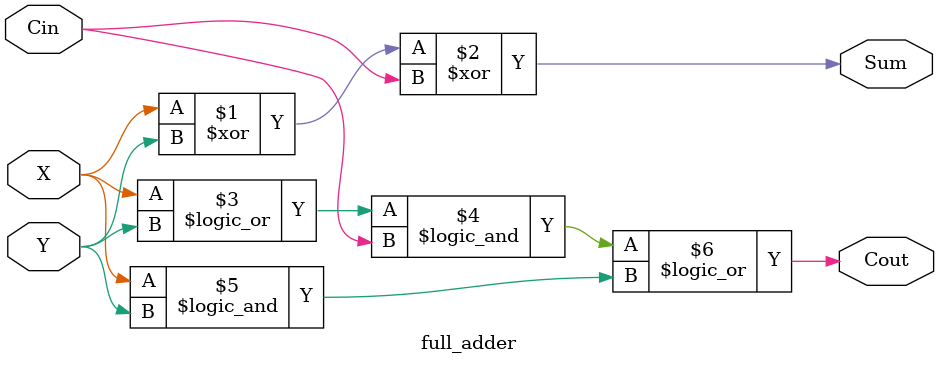
<source format=v>



module full_adder(
    input wire  X,
    input  wire  Y,
    input  wire Cin,
    output  wire Sum,
    output wire Cout
    );
      
    
assign Sum = X^Y^Cin ;
assign Cout= ((X || Y) && Cin ) || (X&&Y);
endmodule

</source>
